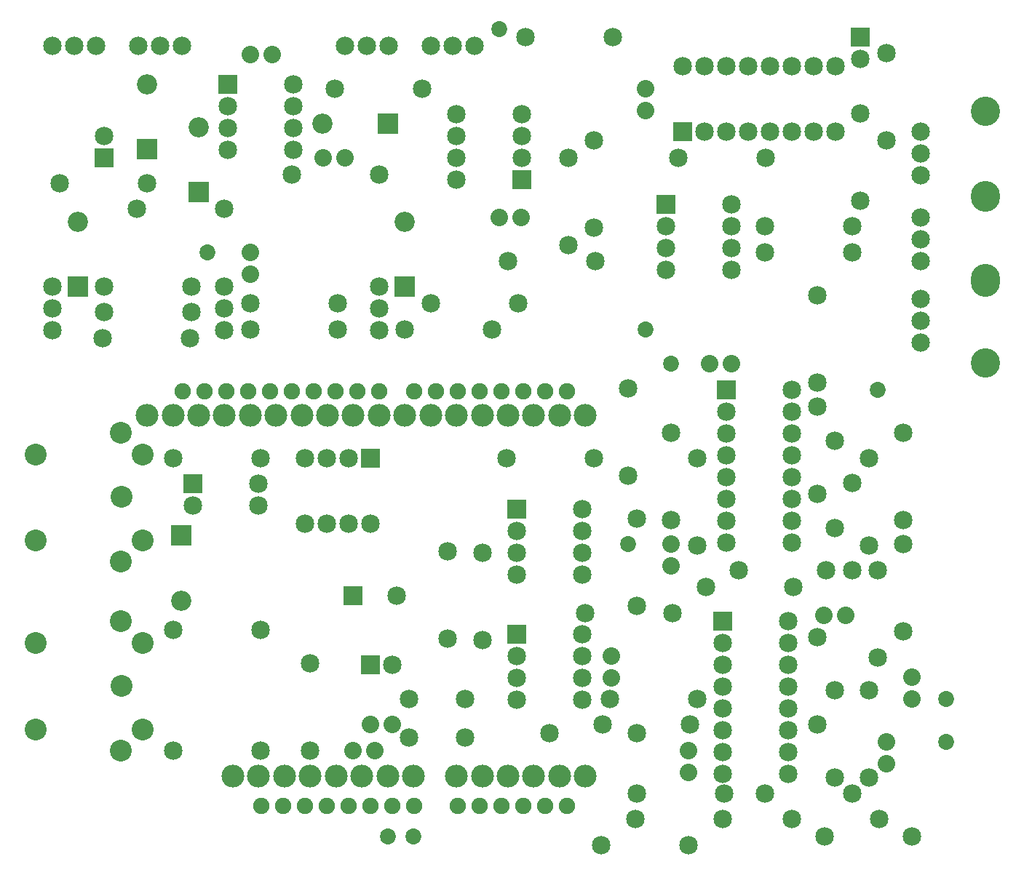
<source format=gbs>
G04 MADE WITH FRITZING*
G04 WWW.FRITZING.ORG*
G04 DOUBLE SIDED*
G04 HOLES PLATED*
G04 CONTOUR ON CENTER OF CONTOUR VECTOR*
%ASAXBY*%
%FSLAX23Y23*%
%MOIN*%
%OFA0B0*%
%SFA1.0B1.0*%
%ADD10C,0.072992*%
%ADD11C,0.085000*%
%ADD12C,0.084667*%
%ADD13C,0.084695*%
%ADD14C,0.092000*%
%ADD15C,0.080000*%
%ADD16C,0.134033*%
%ADD17C,0.100000*%
%ADD18C,0.075278*%
%ADD19C,0.104488*%
%ADD20R,0.085000X0.085000*%
%ADD21R,0.092000X0.092000*%
%ADD22R,0.001000X0.001000*%
%LNMASK0*%
G90*
G70*
G54D10*
X3056Y2302D03*
X2859Y1475D03*
X4001Y2184D03*
G54D11*
X2584Y3247D03*
X2584Y2847D03*
G54D10*
X930Y2814D03*
X2269Y3837D03*
X4316Y766D03*
X2938Y2459D03*
X4316Y570D03*
X1875Y137D03*
X1757Y137D03*
G54D12*
X615Y3759D03*
X715Y3759D03*
G54D13*
X815Y3759D03*
G54D11*
X458Y3247D03*
X458Y3347D03*
G54D14*
X654Y3286D03*
X654Y3584D03*
G54D11*
X654Y3129D03*
X254Y3129D03*
G54D12*
X221Y3759D03*
X321Y3759D03*
G54D13*
X421Y3759D03*
G54D14*
X1757Y3404D03*
X1459Y3404D03*
G54D11*
X1914Y3562D03*
X1514Y3562D03*
X2372Y3147D03*
X2072Y3147D03*
X2372Y3247D03*
X2072Y3247D03*
X2372Y3347D03*
X2072Y3347D03*
X2372Y3447D03*
X2072Y3447D03*
G54D12*
X1560Y3759D03*
X1660Y3759D03*
G54D13*
X1760Y3759D03*
G54D11*
X1717Y3168D03*
X1317Y3168D03*
G54D12*
X1954Y3759D03*
X2054Y3759D03*
G54D13*
X2154Y3759D03*
G54D11*
X2308Y2774D03*
X2708Y2774D03*
X2702Y3326D03*
X2702Y2926D03*
G54D15*
X2269Y2971D03*
X2369Y2971D03*
G54D11*
X3032Y3032D03*
X3332Y3032D03*
X3032Y2932D03*
X3332Y2932D03*
X3032Y2832D03*
X3332Y2832D03*
X3032Y2732D03*
X3332Y2732D03*
X3883Y2814D03*
X3483Y2814D03*
X3883Y2932D03*
X3483Y2932D03*
X3107Y3365D03*
X3107Y3665D03*
X3207Y3365D03*
X3207Y3665D03*
X3307Y3365D03*
X3307Y3665D03*
X3407Y3365D03*
X3407Y3665D03*
X3507Y3365D03*
X3507Y3665D03*
X3607Y3365D03*
X3607Y3665D03*
X3707Y3365D03*
X3707Y3665D03*
X3807Y3365D03*
X3807Y3665D03*
G54D12*
X4198Y3365D03*
X4198Y3265D03*
G54D13*
X4198Y3165D03*
G54D16*
X4493Y3459D03*
X4493Y3071D03*
G54D11*
X4040Y3326D03*
X4040Y3726D03*
G54D15*
X2938Y3562D03*
X2938Y3462D03*
G54D11*
X2387Y3798D03*
X2787Y3798D03*
X3922Y3050D03*
X3922Y3450D03*
X3922Y3798D03*
X3922Y3698D03*
X3489Y3247D03*
X3089Y3247D03*
X3307Y2184D03*
X3607Y2184D03*
X3307Y2084D03*
X3607Y2084D03*
X3307Y1984D03*
X3607Y1984D03*
X3307Y1884D03*
X3607Y1884D03*
X3307Y1784D03*
X3607Y1784D03*
X3307Y1684D03*
X3607Y1684D03*
X3307Y1584D03*
X3607Y1584D03*
X3307Y1484D03*
X3607Y1484D03*
X2111Y589D03*
X1855Y589D03*
X2111Y766D03*
X1855Y766D03*
X3292Y1124D03*
X3592Y1124D03*
X3292Y1024D03*
X3592Y1024D03*
X3292Y924D03*
X3592Y924D03*
X3292Y824D03*
X3592Y824D03*
X3292Y724D03*
X3592Y724D03*
X3292Y624D03*
X3592Y624D03*
X3292Y524D03*
X3592Y524D03*
X3292Y424D03*
X3592Y424D03*
X1402Y530D03*
X1402Y930D03*
G54D15*
X1678Y648D03*
X1778Y648D03*
G54D11*
X866Y1751D03*
X1166Y1751D03*
X866Y1651D03*
X1166Y1651D03*
G54D14*
X812Y1515D03*
X812Y1217D03*
G54D17*
X537Y1691D03*
X536Y1396D03*
X536Y1987D03*
X635Y1887D03*
X636Y1494D03*
X143Y1887D03*
X143Y1493D03*
X537Y825D03*
X536Y530D03*
X536Y1121D03*
X635Y1021D03*
X636Y627D03*
X143Y1021D03*
X143Y627D03*
G54D11*
X773Y1869D03*
X1173Y1869D03*
X2702Y1869D03*
X2302Y1869D03*
X773Y1081D03*
X1173Y1081D03*
X773Y530D03*
X1173Y530D03*
G54D18*
X2177Y277D03*
X2277Y277D03*
X2377Y277D03*
X2477Y277D03*
X2577Y277D03*
X1717Y2177D03*
X1617Y2177D03*
X1517Y2177D03*
X1417Y2177D03*
X1317Y2177D03*
X1217Y2177D03*
X1117Y2177D03*
X1017Y2177D03*
X917Y2177D03*
X817Y2177D03*
X2577Y2177D03*
X2477Y2177D03*
X2377Y2177D03*
X2277Y2177D03*
X2177Y2177D03*
X2077Y2177D03*
X1977Y2177D03*
X1877Y2177D03*
X1277Y277D03*
X1177Y277D03*
X1377Y277D03*
X1477Y277D03*
X1577Y277D03*
X1677Y277D03*
X1777Y277D03*
X1877Y277D03*
X2077Y277D03*
G54D11*
X1678Y1869D03*
X1678Y1569D03*
X1578Y1869D03*
X1578Y1569D03*
X1478Y1869D03*
X1478Y1569D03*
X1378Y1869D03*
X1378Y1569D03*
G54D15*
X1699Y530D03*
X1599Y530D03*
G54D19*
X2426Y2066D03*
X2190Y2066D03*
X2308Y2066D03*
X2662Y2066D03*
X2544Y2066D03*
X2072Y2066D03*
X1954Y2066D03*
G54D11*
X221Y2456D03*
X221Y2556D03*
X221Y2656D03*
G54D19*
X1836Y2066D03*
G54D11*
X1009Y2456D03*
X1009Y2556D03*
X1009Y2656D03*
G54D19*
X1717Y2066D03*
X1599Y2066D03*
G54D11*
X1717Y2456D03*
X1717Y2556D03*
X1717Y2656D03*
G54D19*
X1363Y2066D03*
X773Y2066D03*
G54D11*
X851Y2420D03*
X451Y2420D03*
G54D19*
X1127Y2066D03*
X1009Y2066D03*
G54D11*
X458Y2538D03*
X858Y2538D03*
G54D19*
X1245Y2066D03*
X891Y2066D03*
G54D11*
X1127Y2578D03*
X1527Y2578D03*
G54D19*
X1481Y2066D03*
X654Y2066D03*
G54D11*
X458Y2656D03*
X858Y2656D03*
G54D19*
X2426Y412D03*
X2544Y412D03*
G54D11*
X1127Y2459D03*
X1527Y2459D03*
G54D19*
X2190Y412D03*
X2662Y412D03*
G54D11*
X1954Y2578D03*
X2354Y2578D03*
G54D19*
X2308Y412D03*
X2072Y412D03*
G54D15*
X1127Y2714D03*
X1127Y2814D03*
G54D19*
X1875Y412D03*
X1639Y412D03*
X1521Y412D03*
G54D14*
X1836Y2656D03*
X1836Y2954D03*
G54D19*
X1757Y412D03*
G54D14*
X339Y2656D03*
X339Y2954D03*
G54D19*
X1284Y412D03*
G54D11*
X1836Y2459D03*
X2236Y2459D03*
G54D19*
X1402Y412D03*
X1166Y412D03*
G54D11*
X1024Y3583D03*
X1324Y3583D03*
X1024Y3483D03*
X1324Y3483D03*
X1024Y3383D03*
X1324Y3383D03*
X1024Y3283D03*
X1324Y3283D03*
G54D19*
X1048Y412D03*
G54D15*
X1560Y3247D03*
X1460Y3247D03*
X1127Y3719D03*
X1227Y3719D03*
G54D11*
X2347Y1636D03*
X2647Y1636D03*
X2347Y1536D03*
X2647Y1536D03*
X2347Y1436D03*
X2647Y1436D03*
X2347Y1336D03*
X2647Y1336D03*
G54D14*
X891Y3089D03*
X891Y3387D03*
G54D11*
X1009Y3011D03*
X609Y3011D03*
X2032Y1042D03*
X2032Y1442D03*
X2190Y1436D03*
X2190Y1036D03*
X3365Y1357D03*
X3765Y1357D03*
X2347Y1063D03*
X2647Y1063D03*
X2347Y963D03*
X2647Y963D03*
X2347Y863D03*
X2647Y863D03*
X2347Y763D03*
X2647Y763D03*
X3174Y766D03*
X2774Y766D03*
X2898Y609D03*
X2498Y609D03*
G54D15*
X2780Y963D03*
X2780Y863D03*
G54D11*
X1678Y924D03*
X1778Y924D03*
X3056Y1587D03*
X3056Y1987D03*
X1599Y1239D03*
X1799Y1239D03*
X2859Y1790D03*
X2859Y2190D03*
X2662Y1160D03*
X3062Y1160D03*
X2898Y1593D03*
X2898Y1193D03*
X3174Y1469D03*
X3174Y1869D03*
X2741Y648D03*
X3141Y648D03*
X4119Y1587D03*
X4119Y1987D03*
X2892Y215D03*
X3292Y215D03*
X3613Y1278D03*
X3213Y1278D03*
X2898Y333D03*
X3298Y333D03*
X3725Y1705D03*
X3725Y2105D03*
X3725Y648D03*
X3725Y1048D03*
X3804Y1548D03*
X3804Y1948D03*
X3483Y333D03*
X3883Y333D03*
X3883Y1757D03*
X3883Y1357D03*
X4007Y215D03*
X3607Y215D03*
X4119Y1075D03*
X4119Y1475D03*
X3758Y137D03*
X4158Y137D03*
X3961Y1469D03*
X3961Y1869D03*
X3961Y406D03*
X3961Y806D03*
G54D15*
X3854Y1149D03*
X3754Y1149D03*
X4040Y469D03*
X4040Y570D03*
G54D11*
X4001Y957D03*
X4001Y1357D03*
X3804Y406D03*
X3804Y806D03*
G54D15*
X3056Y1375D03*
X3056Y1475D03*
X3135Y430D03*
X3135Y530D03*
G54D12*
X4198Y2599D03*
X4198Y2499D03*
G54D13*
X4198Y2399D03*
G54D16*
X4493Y2693D03*
X4493Y2305D03*
G54D11*
X2735Y97D03*
X3135Y97D03*
G54D12*
X4198Y2971D03*
X4198Y2871D03*
G54D13*
X4198Y2771D03*
G54D16*
X4493Y3065D03*
X4493Y2677D03*
G54D11*
X3725Y2617D03*
X3725Y2217D03*
G54D15*
X4158Y867D03*
X4158Y766D03*
X3231Y2302D03*
X3332Y2302D03*
G54D20*
X458Y3247D03*
G54D21*
X654Y3285D03*
X1758Y3404D03*
G54D20*
X2372Y3147D03*
X3032Y3032D03*
X3107Y3365D03*
X3922Y3798D03*
X3307Y2184D03*
X3292Y1124D03*
X866Y1751D03*
G54D21*
X812Y1516D03*
G54D20*
X1678Y1869D03*
G54D21*
X1836Y2655D03*
X339Y2655D03*
G54D20*
X1024Y3583D03*
X2347Y1636D03*
G54D21*
X891Y3088D03*
G54D20*
X2347Y1063D03*
X1678Y924D03*
X1599Y1239D03*
G54D22*
D02*
G04 End of Mask0*
M02*
</source>
